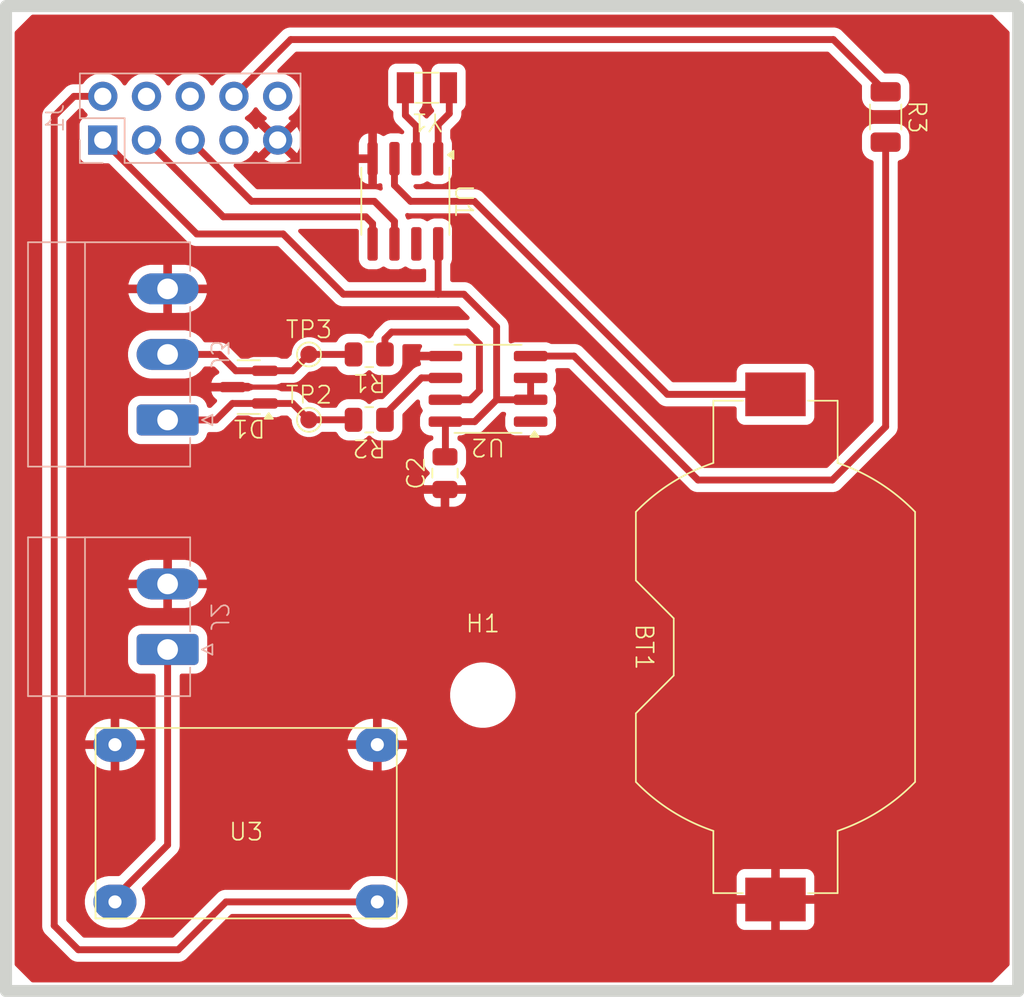
<source format=kicad_pcb>
(kicad_pcb (version 20241229) (generator "pcbnew") (generator_version "9.0")
  (layers (0 "F.Cu" signal) (2 "B.Cu" signal) (25 "Edge.Cuts" user))
  (net 0 "")
  (net 1 "GND")
  (net 2 "Net-(BT1-+)")
  (net 3 "+3V3")
  (net 4 "+5V")
  (net 5 "Net-(J3-Pin_2)")
  (net 8 "/SDA")
  (net 9 "/TX")
  (net 10 "/SCL")
  (net 13 "Net-(U2-B)")
  (net 14 "Net-(U2-A)")
  (net 15 "Net-(U1-X1)")
  (net 16 "Net-(U1-X2)")
  (net 18 "unconnected-(U2-RO-Pad1)")
  (net 19 "Net-(J3-Pin_1)")
  (net 20 "Net-(J2-12V)")
  (net 21 "Net-(U2-DI)")
  (footprint "TestPoint:TestPoint_Pad_D1.0mm" (layer "F.Cu") (at 134.9 86.8)
    (property "Reference" "TP2" (at 0 -1.448 0) (layer "F.SilkS") (effects (font (thickness 0.1))))
    (property "Value" "485A")
    (fp_circle (center 0 0) (end 0 0.7) (stroke (width 0.1)) (fill no) (layer "F.SilkS"))
    (pad "1" smd circle (at 0 0) (size 1 1) (layers "F.Cu" "F.Mask") (net 19 "Net-(J3-Pin_1)"))
  )
  (footprint "Package_TO_SOT_SMD:SOT-23" (layer "F.Cu") (at 131.4 84.9 180)
    (property "Reference" "D1" (at 0 -2.4 180) (layer "F.SilkS") (effects (font (thickness 0.1))))
    (property "Value" "PESD12VL2BT")
    (fp_line (start 0 1.56) (end 0.65 1.56) (stroke (width 0.1)) (layer "F.SilkS"))
    (fp_line (start 0 1.56) (end -0.65 1.56) (stroke (width 0.1)) (layer "F.SilkS"))
    (fp_line (start 0 -1.56) (end 0.65 -1.56) (stroke (width 0.1)) (layer "F.SilkS"))
    (fp_line (start 0 -1.56) (end -0.65 -1.56) (stroke (width 0.1)) (layer "F.SilkS"))
    (fp_poly (pts (xy -1.1625 -1.51) (xy -1.4025 -1.84) (xy -0.9225 -1.84)) (stroke (width 0.1)) (fill yes) (layer "F.SilkS"))
    (pad "1" smd roundrect (at -0.9375 -0.95 180) (size 1.475 0.6) (layers "F.Cu" "F.Mask" "F.Paste") (net 19 "Net-(J3-Pin_1)"))
    (pad "2" smd roundrect (at -0.9375 0.95 180) (size 1.475 0.6) (layers "F.Cu" "F.Mask" "F.Paste") (net 5 "Net-(J3-Pin_2)"))
    (pad "3" smd roundrect (at 0.9375 0 180) (size 1.475 0.6) (layers "F.Cu" "F.Mask" "F.Paste") (net 1 "GND"))
  )
  (footprint "Resistor_SMD:R_0805_2012Metric" (layer "F.Cu") (at 138.4 83 180)
    (property "Reference" "R1" (at 0 -1.65 180) (layer "F.SilkS") (effects (font (thickness 0.1))))
    (property "Value" "10R")
    (fp_line (start -0.227064 0.735) (end 0.227064 0.735) (stroke (width 0.1)) (layer "F.SilkS"))
    (fp_line (start -0.227064 -0.735) (end 0.227064 -0.735) (stroke (width 0.1)) (layer "F.SilkS"))
    (pad "1" smd roundrect (at -0.9125 0 180) (size 1.025 1.4) (layers "F.Cu" "F.Mask" "F.Paste") (roundrect_rratio 0.243902) (net 13 "Net-(U2-B)"))
    (pad "2" smd roundrect (at 0.9125 0 180) (size 1.025 1.4) (layers "F.Cu" "F.Mask" "F.Paste") (roundrect_rratio 0.243902) (net 5 "Net-(J3-Pin_2)"))
  )
  (footprint "Package_SO:SOIC-8_3.9x4.9mm_P1.27mm" (layer "F.Cu") (at 140.5 74.1 -90)
    (property "Reference" "U1" (at 0 -3.4 270) (layer "F.SilkS") (effects (font (thickness 0.1))))
    (property "Value" "DS1307Z+")
    (fp_line (start 0 2.56) (end -1.95 2.56) (stroke (width 0.1)) (layer "F.SilkS"))
    (fp_line (start 0 2.56) (end 1.95 2.56) (stroke (width 0.1)) (layer "F.SilkS"))
    (fp_line (start 0 -2.56) (end -1.95 -2.56) (stroke (width 0.1)) (layer "F.SilkS"))
    (fp_line (start 0 -2.56) (end 1.95 -2.56) (stroke (width 0.1)) (layer "F.SilkS"))
    (fp_poly (pts (xy -2.7 -2.465) (xy -2.94 -2.795) (xy -2.46 -2.795)) (stroke (width 0.1)) (fill yes) (layer "F.SilkS"))
    (pad "1" smd roundrect (at -2.475 -1.905 270) (size 1.95 0.6) (layers "F.Cu" "F.Mask" "F.Paste") (net 15 "Net-(U1-X1)"))
    (pad "2" smd roundrect (at -2.475 -0.635 270) (size 1.95 0.6) (layers "F.Cu" "F.Mask" "F.Paste") (net 16 "Net-(U1-X2)"))
    (pad "3" smd roundrect (at -2.475 0.635 270) (size 1.95 0.6) (layers "F.Cu" "F.Mask" "F.Paste") (net 2 "Net-(BT1-+)"))
    (pad "4" smd roundrect (at -2.475 1.905 270) (size 1.95 0.6) (layers "F.Cu" "F.Mask" "F.Paste") (net 1 "GND"))
    (pad "5" smd roundrect (at 2.475 1.905 270) (size 1.95 0.6) (layers "F.Cu" "F.Mask" "F.Paste") (net 8 "/SDA"))
    (pad "6" smd roundrect (at 2.475 0.635 270) (size 1.95 0.6) (layers "F.Cu" "F.Mask" "F.Paste") (net 10 "/SCL"))
    (pad "7" smd roundrect (at 2.475 -0.635 270) (size 1.95 0.6) (layers "F.Cu" "F.Mask" "F.Paste"))
    (pad "8" smd roundrect (at 2.475 -1.905 270) (size 1.95 0.6) (layers "F.Cu" "F.Mask" "F.Paste") (net 3 "+3V3"))
  )
  (footprint "Resistor_SMD:R_0805_2012Metric" (layer "F.Cu") (at 138.4 86.8 180)
    (property "Reference" "R2" (at 0 -1.65 180) (layer "F.SilkS") (effects (font (thickness 0.1))))
    (property "Value" "10R")
    (fp_line (start -0.227064 0.735) (end 0.227064 0.735) (stroke (width 0.1)) (layer "F.SilkS"))
    (fp_line (start -0.227064 -0.735) (end 0.227064 -0.735) (stroke (width 0.1)) (layer "F.SilkS"))
    (pad "1" smd roundrect (at -0.9125 0 180) (size 1.025 1.4) (layers "F.Cu" "F.Mask" "F.Paste") (roundrect_rratio 0.243902) (net 14 "Net-(U2-A)"))
    (pad "2" smd roundrect (at 0.9125 0 180) (size 1.025 1.4) (layers "F.Cu" "F.Mask" "F.Paste") (roundrect_rratio 0.243902) (net 19 "Net-(J3-Pin_1)"))
  )
  (footprint "Capacitor_SMD:C_0805_2012Metric" (layer "F.Cu") (at 142.8 89.9 90)
    (property "Reference" "C2" (at 0 -1.68 90) (layer "F.SilkS") (effects (font (thickness 0.1))))
    (property "Value" "0.1uF / 16V")
    (fp_line (start -0.261252 -0.735) (end 0.261252 -0.735) (stroke (width 0.1)) (layer "F.SilkS"))
    (fp_line (start -0.261252 0.735) (end 0.261252 0.735) (stroke (width 0.1)) (layer "F.SilkS"))
    (pad "1" smd roundrect (at -0.95 0 90) (size 1 1.45) (layers "F.Cu" "F.Mask" "F.Paste") (net 1 "GND"))
    (pad "2" smd roundrect (at 0.95 0 90) (size 1 1.45) (layers "F.Cu" "F.Mask" "F.Paste") (net 3 "+3V3"))
  )
  (footprint "MountingHole:MountingHole_3.2mm_M3" (layer "F.Cu") (at 145 102.8)
    (property "Reference" "H1" (at 0 -4.15 0) (layer "F.SilkS") (effects (font (thickness 0.1))))
    (property "Value" "MountingHole")
    (pad "" np_thru_hole circle (at 0 0) (size 3.2 3.2) (drill 3.2) (layers "*.Cu" "*.Mask"))
  )
  (footprint "Battery:BatteryHolder_Keystone_1058_1x2032" (layer "F.Cu") (at 162 100 -90)
    (property "Reference" "BT1" (at 0 7.62 270) (layer "F.SilkS") (effects (font (thickness 0.1))))
    (property "Value" "CR2032")
    (fp_line (start -3.86 8.11) (end -7.8473 8.11) (stroke (width 0.1)) (layer "F.SilkS"))
    (fp_line (start 7.8473 8.11) (end 3.86 8.11) (stroke (width 0.1)) (layer "F.SilkS"))
    (fp_line (start -1.66 5.91) (end -3.86 8.11) (stroke (width 0.1)) (layer "F.SilkS"))
    (fp_line (start 1.66 5.91) (end 3.86 8.11) (stroke (width 0.1)) (layer "F.SilkS"))
    (fp_line (start 1.66 5.91) (end -1.66 5.91) (stroke (width 0.1)) (layer "F.SilkS"))
    (fp_line (start -10.692 3.61) (end -14.31 3.61) (stroke (width 0.1)) (layer "F.SilkS"))
    (fp_line (start 14.31 3.61) (end 10.692 3.61) (stroke (width 0.1)) (layer "F.SilkS"))
    (fp_line (start -14.31 1.9) (end -14.31 3.61) (stroke (width 0.1)) (layer "F.SilkS"))
    (fp_line (start 14.31 1.9) (end 14.31 3.61) (stroke (width 0.1)) (layer "F.SilkS"))
    (fp_line (start -14.31 -1.9) (end -14.31 -3.61) (stroke (width 0.1)) (layer "F.SilkS"))
    (fp_line (start 14.31 -1.9) (end 14.31 -3.61) (stroke (width 0.1)) (layer "F.SilkS"))
    (fp_line (start -14.31 -3.61) (end -10.692 -3.61) (stroke (width 0.1)) (layer "F.SilkS"))
    (fp_line (start 10.692 -3.61) (end 14.31 -3.61) (stroke (width 0.1)) (layer "F.SilkS"))
    (fp_line (start -7.8473 -8.11) (end 7.8473 -8.11) (stroke (width 0.1)) (layer "F.SilkS"))
    (fp_arc (start -7.845371 8.111789) (mid -9.538085 6.031244) (end -10.692 3.61) (stroke (width 0.1)) (layer "F.SilkS"))
    (fp_arc (start 10.692 3.61) (mid 9.538084 6.031244) (end 7.845371 8.111789) (stroke (width 0.1)) (layer "F.SilkS"))
    (fp_arc (start -10.692 -3.61) (mid -9.538084 -6.031244) (end -7.845371 -8.111789) (stroke (width 0.1)) (layer "F.SilkS"))
    (fp_arc (start 7.845371 -8.111789) (mid 9.538085 -6.031244) (end 10.692 -3.61) (stroke (width 0.1)) (layer "F.SilkS"))
    (pad "1" smd rect (at -14.68 0 270) (size 2.54 3.51) (layers "F.Cu" "F.Mask" "F.Paste") (net 2 "Net-(BT1-+)"))
    (pad "2" smd rect (at 14.68 0 270) (size 2.54 3.51) (layers "F.Cu" "F.Mask" "F.Paste") (net 1 "GND"))
  )
  (footprint "Crystal:Crystal_SMD_3215-2Pin_3.2x1.5mm" (layer "F.Cu") (at 141.75 67.5 180)
    (property "Reference" "Y1" (at 0 -2 180) (layer "F.SilkS") (effects (font (thickness 0.1))))
    (property "Value" "32.768K")
    (fp_line (start -0.675 0.875) (end 0.675 0.875) (stroke (width 0.1)) (layer "F.SilkS"))
    (fp_line (start -0.675 -0.875) (end 0.675 -0.875) (stroke (width 0.1)) (layer "F.SilkS"))
    (pad "1" smd rect (at 1.25 0 180) (size 1 1.8) (layers "F.Cu" "F.Mask" "F.Paste") (net 16 "Net-(U1-X2)"))
    (pad "2" smd rect (at -1.25 0 180) (size 1 1.8) (layers "F.Cu" "F.Mask" "F.Paste") (net 15 "Net-(U1-X1)"))
  )
  (footprint "Resistor_SMD:R_1206_3216Metric" (layer "F.Cu") (at 168.4 69.2 -90)
    (property "Reference" "R3" (at 0 -1.83 270) (layer "F.SilkS") (effects (font (thickness 0.1))))
    (property "Value" "0R")
    (fp_line (start -0.727064 0.91) (end 0.727064 0.91) (stroke (width 0.1)) (layer "F.SilkS"))
    (fp_line (start -0.727064 -0.91) (end 0.727064 -0.91) (stroke (width 0.1)) (layer "F.SilkS"))
    (pad "1" smd roundrect (at -1.4625 0 270) (size 1.125 1.75) (layers "F.Cu" "F.Mask" "F.Paste") (roundrect_rratio 0.222222) (net 9 "/TX"))
    (pad "2" smd roundrect (at 1.4625 0 270) (size 1.125 1.75) (layers "F.Cu" "F.Mask" "F.Paste") (roundrect_rratio 0.222222) (net 21 "Net-(U2-DI)"))
  )
  (footprint "BKSP:Module_Mini360" (layer "F.Cu") (at 131.25 110.25)
    (property "Reference" "U3" (at 0 0.5 0) (layer "F.SilkS") (effects (font (thickness 0.1))))
    (property "Value" "Mini360")
    (fp_line (start -8.75 -5.54) (end -8.75 5.53) (stroke (width 0.1)) (layer "F.SilkS"))
    (fp_line (start -8.75 -5.54) (end 8.75 -5.54) (stroke (width 0.1)) (layer "F.SilkS"))
    (fp_line (start 8.75 5.53) (end -8.75 5.53) (stroke (width 0.1)) (layer "F.SilkS"))
    (fp_line (start 8.75 5.53) (end 8.75 -5.54) (stroke (width 0.1)) (layer "F.SilkS"))
    (pad "1" thru_hole oval (at -7.62 -4.57) (size 2.5 2) (drill 0.762) (layers "*.Cu" "*.Mask") (net 1 "GND"))
    (pad "2" thru_hole oval (at -7.62 4.57) (size 2.5 2) (drill 0.762) (layers "*.Cu" "*.Mask") (net 20 "Net-(J2-12V)"))
    (pad "3" thru_hole oval (at 7.62 -4.57) (size 2.5 2) (drill 0.762) (layers "*.Cu" "*.Mask") (net 1 "GND"))
    (pad "4" thru_hole oval (at 7.62 4.57) (size 2.5 2) (drill 0.762) (layers "*.Cu" "*.Mask") (net 4 "+5V"))
  )
  (footprint "TestPoint:TestPoint_Pad_D1.0mm" (layer "F.Cu") (at 134.9 83)
    (property "Reference" "TP3" (at 0 -1.448 0) (layer "F.SilkS") (effects (font (thickness 0.1))))
    (property "Value" "485B")
    (fp_circle (center 0 0) (end 0 0.7) (stroke (width 0.1)) (fill no) (layer "F.SilkS"))
    (pad "1" smd circle (at 0 0) (size 1 1) (layers "F.Cu" "F.Mask") (net 5 "Net-(J3-Pin_2)"))
  )
  (footprint "Package_SO:SOIC-8_3.9x4.9mm_P1.27mm" (layer "F.Cu") (at 145.3 85 180)
    (property "Reference" "U2" (at 0 -3.4 180) (layer "F.SilkS") (effects (font (thickness 0.1))))
    (property "Value" "ADM3485EARZ")
    (fp_line (start 0 2.56) (end 1.95 2.56) (stroke (width 0.1)) (layer "F.SilkS"))
    (fp_line (start 0 2.56) (end -1.95 2.56) (stroke (width 0.1)) (layer "F.SilkS"))
    (fp_line (start 0 -2.56) (end 1.95 -2.56) (stroke (width 0.1)) (layer "F.SilkS"))
    (fp_line (start 0 -2.56) (end -1.95 -2.56) (stroke (width 0.1)) (layer "F.SilkS"))
    (fp_poly (pts (xy -2.7 -2.465) (xy -2.94 -2.795) (xy -2.46 -2.795)) (stroke (width 0.1)) (fill yes) (layer "F.SilkS"))
    (pad "1" smd roundrect (at -2.475 -1.905 180) (size 1.95 0.6) (layers "F.Cu" "F.Mask" "F.Paste") (net 18 "unconnected-(U2-RO-Pad1)"))
    (pad "2" smd roundrect (at -2.475 -0.635 180) (size 1.95 0.6) (layers "F.Cu" "F.Mask" "F.Paste") (net 3 "+3V3"))
    (pad "3" smd roundrect (at -2.475 0.635 180) (size 1.95 0.6) (layers "F.Cu" "F.Mask" "F.Paste") (net 3 "+3V3"))
    (pad "4" smd roundrect (at -2.475 1.905 180) (size 1.95 0.6) (layers "F.Cu" "F.Mask" "F.Paste") (net 21 "Net-(U2-DI)"))
    (pad "5" smd roundrect (at 2.475 1.905 180) (size 1.95 0.6) (layers "F.Cu" "F.Mask" "F.Paste") (net 1 "GND"))
    (pad "6" smd roundrect (at 2.475 0.635 180) (size 1.95 0.6) (layers "F.Cu" "F.Mask" "F.Paste") (net 14 "Net-(U2-A)"))
    (pad "7" smd roundrect (at 2.475 -0.635 180) (size 1.95 0.6) (layers "F.Cu" "F.Mask" "F.Paste") (net 13 "Net-(U2-B)"))
    (pad "8" smd roundrect (at 2.475 -1.905 180) (size 1.95 0.6) (layers "F.Cu" "F.Mask" "F.Paste") (net 3 "+3V3"))
  )
  (footprint "Connector_Phoenix_MC:PhoenixContact_MC_1,5_3-G-3.81_1x03_P3.81mm_Horizontal" (layer "B.Cu") (at 126.6875 86.81 90)
    (property "Reference" "J3" (at 3.81 3 270) (layer "B.SilkS") (effects (font (thickness 0.1)) (justify mirror)))
    (property "Value" "Conn_01x03_Socket")
    (fp_line (start 10.33 -8.11) (end 10.33 1.31) (stroke (width 0.1)) (layer "B.SilkS"))
    (fp_line (start -2.71 -8.11) (end 10.33 -8.11) (stroke (width 0.1)) (layer "B.SilkS"))
    (fp_line (start -2.71 -4.8) (end 10.33 -4.8) (stroke (width 0.1)) (layer "B.SilkS"))
    (fp_line (start 10.33 1.31) (end 8.67 1.31) (stroke (width 0.1)) (layer "B.SilkS"))
    (fp_line (start 4.86 1.31) (end 6.57 1.31) (stroke (width 0.1)) (layer "B.SilkS"))
    (fp_line (start 1.05 1.31) (end 2.76 1.31) (stroke (width 0.1)) (layer "B.SilkS"))
    (fp_line (start -2.71 1.31) (end -2.71 -8.11) (stroke (width 0.1)) (layer "B.SilkS"))
    (fp_line (start -2.71 1.31) (end -1.05 1.31) (stroke (width 0.1)) (layer "B.SilkS"))
    (fp_line (start 0 2) (end -0.3 2.6) (stroke (width 0.1)) (layer "B.SilkS"))
    (fp_line (start 0.3 2.6) (end 0 2) (stroke (width 0.1)) (layer "B.SilkS"))
    (fp_line (start -0.3 2.6) (end 0.3 2.6) (stroke (width 0.1)) (layer "B.SilkS"))
    (pad "1" thru_hole roundrect (at 0 0 90) (size 1.8 3.6) (drill 1.2) (layers "*.Cu" "*.Mask") (roundrect_rratio 0.138889) (net 19 "Net-(J3-Pin_1)"))
    (pad "2" thru_hole oval (at 3.81 0 90) (size 1.8 3.6) (drill 1.2) (layers "*.Cu" "*.Mask") (net 5 "Net-(J3-Pin_2)"))
    (pad "3" thru_hole oval (at 7.62 0 90) (size 1.8 3.6) (drill 1.2) (layers "*.Cu" "*.Mask") (net 1 "GND"))
  )
  (footprint "Connector_PinSocket_2.54mm:PinSocket_2x05_P2.54mm_Vertical" (layer "B.Cu") (at 122.92 70.54 -90)
    (property "Reference" "J1" (at -1.27 2.77 90) (layer "B.SilkS") (effects (font (thickness 0.1)) (justify mirror)))
    (property "Value" "RPi GPIO Header")
    (fp_line (start -3.87 1.33) (end -1.27 1.33) (stroke (width 0.1)) (layer "B.SilkS"))
    (fp_line (start -3.87 1.33) (end -3.87 -11.49) (stroke (width 0.1)) (layer "B.SilkS"))
    (fp_line (start -1.27 1.33) (end -1.27 -1.27) (stroke (width 0.1)) (layer "B.SilkS"))
    (fp_line (start 0 1.33) (end 1.33 1.33) (stroke (width 0.1)) (layer "B.SilkS"))
    (fp_line (start 1.33 1.33) (end 1.33 0) (stroke (width 0.1)) (layer "B.SilkS"))
    (fp_line (start -1.27 -1.27) (end 1.33 -1.27) (stroke (width 0.1)) (layer "B.SilkS"))
    (fp_line (start 1.33 -1.27) (end 1.33 -11.49) (stroke (width 0.1)) (layer "B.SilkS"))
    (fp_line (start -3.87 -11.49) (end 1.33 -11.49) (stroke (width 0.1)) (layer "B.SilkS"))
    (pad "1" thru_hole rect (at 0 0 270) (size 1.7 1.7) (drill 1) (layers "*.Cu" "*.Mask") (net 3 "+3V3"))
    (pad "2" thru_hole circle (at -2.54 0 270) (size 1.7 1.7) (drill 1) (layers "*.Cu" "*.Mask") (net 4 "+5V"))
    (pad "3" thru_hole circle (at 0 -2.54 270) (size 1.7 1.7) (drill 1) (layers "*.Cu" "*.Mask") (net 8 "/SDA"))
    (pad "4" thru_hole circle (at -2.54 -2.54 270) (size 1.7 1.7) (drill 1) (layers "*.Cu" "*.Mask"))
    (pad "5" thru_hole circle (at 0 -5.08 270) (size 1.7 1.7) (drill 1) (layers "*.Cu" "*.Mask") (net 10 "/SCL"))
    (pad "6" thru_hole circle (at -2.54 -5.08 270) (size 1.7 1.7) (drill 1) (layers "*.Cu" "*.Mask"))
    (pad "7" thru_hole circle (at 0 -7.62 270) (size 1.7 1.7) (drill 1) (layers "*.Cu" "*.Mask"))
    (pad "8" thru_hole circle (at -2.54 -7.62 270) (size 1.7 1.7) (drill 1) (layers "*.Cu" "*.Mask") (net 9 "/TX"))
    (pad "9" thru_hole circle (at 0 -10.16 270) (size 1.7 1.7) (drill 1) (layers "*.Cu" "*.Mask") (net 1 "GND"))
    (pad "10" thru_hole circle (at -2.54 -10.16 270) (size 1.7 1.7) (drill 1) (layers "*.Cu" "*.Mask"))
  )
  (footprint "Connector_Phoenix_MC:PhoenixContact_MC_1,5_2-G-3.81_1x02_P3.81mm_Horizontal" (layer "B.Cu") (at 126.6875 100.15 90)
    (property "Reference" "J2" (at 1.9 3 270) (layer "B.SilkS") (effects (font (thickness 0.1)) (justify mirror)))
    (property "Value" "PWR")
    (fp_line (start 6.52 -8.11) (end 6.52 1.31) (stroke (width 0.1)) (layer "B.SilkS"))
    (fp_line (start -2.71 -8.11) (end 6.52 -8.11) (stroke (width 0.1)) (layer "B.SilkS"))
    (fp_line (start -2.71 -4.8) (end 6.52 -4.8) (stroke (width 0.1)) (layer "B.SilkS"))
    (fp_line (start 6.52 1.31) (end 4.86 1.31) (stroke (width 0.1)) (layer "B.SilkS"))
    (fp_line (start 1.05 1.31) (end 2.76 1.31) (stroke (width 0.1)) (layer "B.SilkS"))
    (fp_line (start -2.71 1.31) (end -2.71 -8.11) (stroke (width 0.1)) (layer "B.SilkS"))
    (fp_line (start -2.71 1.31) (end -1.05 1.31) (stroke (width 0.1)) (layer "B.SilkS"))
    (fp_line (start 0 2) (end -0.3 2.6) (stroke (width 0.1)) (layer "B.SilkS"))
    (fp_line (start 0.3 2.6) (end 0 2) (stroke (width 0.1)) (layer "B.SilkS"))
    (fp_line (start -0.3 2.6) (end 0.3 2.6) (stroke (width 0.1)) (layer "B.SilkS"))
    (pad "1" thru_hole roundrect (at 0 0 90) (size 1.8 3.6) (drill 1.2) (layers "*.Cu" "*.Mask") (roundrect_rratio 0.138889) (net 20 "Net-(J2-12V)"))
    (pad "2" thru_hole oval (at 3.81 0 90) (size 1.8 3.6) (drill 1.2) (layers "*.Cu" "*.Mask") (net 1 "GND"))
  )
  (gr_rect (start 117.3 62.75) (end 176.1 120) (stroke (width 0.7)) (fill no) (layer "Edge.Cuts"))
  (segment (start 144.5 74.1) (end 140.8 74.1) (width 0.4) (layer "F.Cu") (net 2))
  (segment (start 139.865 73.165) (end 139.865 71.625) (width 0.4) (layer "F.Cu") (net 2))
  (segment (start 162 85.32) (end 155.72 85.32) (width 0.4) (layer "F.Cu") (net 2))
  (segment (start 140.8 74.1) (end 139.865 73.165) (width 0.4) (layer "F.Cu") (net 2))
  (segment (start 155.72 85.32) (end 144.5 74.1) (width 0.4) (layer "F.Cu") (net 2))
  (segment (start 142.405 79.5) (end 143.9 79.5) (width 0.4) (layer "F.Cu") (net 3))
  (segment (start 145.8 81.4) (end 145.8 85.635) (width 0.4) (layer "F.Cu") (net 3))
  (segment (start 136.9 79.5) (end 133.4 76) (width 0.4) (layer "F.Cu") (net 3))
  (segment (start 142.825 86.905) (end 142.825 88.925) (width 0.4) (layer "F.Cu") (net 3))
  (segment (start 147.775 85.635) (end 147.775 84.365) (width 0.4) (layer "F.Cu") (net 3))
  (segment (start 133.4 76) (end 128.38 76) (width 0.4) (layer "F.Cu") (net 3))
  (segment (start 142.825 86.905) (end 144.53 86.905) (width 0.4) (layer "F.Cu") (net 3))
  (segment (start 143.9 79.5) (end 145.8 81.4) (width 0.4) (layer "F.Cu") (net 3))
  (segment (start 142.825 88.925) (end 142.8 88.95) (width 0.4) (layer "F.Cu") (net 3))
  (segment (start 128.38 76) (end 122.92 70.54) (width 0.4) (layer "F.Cu") (net 3))
  (segment (start 145.8 85.635) (end 147.775 85.635) (width 0.4) (layer "F.Cu") (net 3))
  (segment (start 142.405 76.575) (end 142.405 79.5) (width 0.4) (layer "F.Cu") (net 3))
  (segment (start 142.405 79.5) (end 136.9 79.5) (width 0.4) (layer "F.Cu") (net 3))
  (segment (start 144.53 86.905) (end 145.8 85.635) (width 0.4) (layer "F.Cu") (net 3))
  (segment (start 121.5 117.6) (end 127.3 117.6) (width 0.4) (layer "F.Cu") (net 4))
  (segment (start 120.1 116.2) (end 121.5 117.6) (width 0.4) (layer "F.Cu") (net 4))
  (segment (start 130.08 114.82) (end 138.62 114.82) (width 0.4) (layer "F.Cu") (net 4))
  (segment (start 120.1 69.15) (end 120.1 116.2) (width 0.4) (layer "F.Cu") (net 4))
  (segment (start 127.3 117.6) (end 130.08 114.82) (width 0.4) (layer "F.Cu") (net 4))
  (segment (start 122.92 68) (end 121.25 68) (width 0.4) (layer "F.Cu") (net 4))
  (segment (start 121.25 68) (end 120.1 69.15) (width 0.4) (layer "F.Cu") (net 4))
  (segment (start 133.95 83.95) (end 134.9 83) (width 0.4) (layer "F.Cu") (net 5))
  (segment (start 129.7 83) (end 130.65 83.95) (width 0.4) (layer "F.Cu") (net 5))
  (segment (start 126.6875 83) (end 129.7 83) (width 0.4) (layer "F.Cu") (net 5))
  (segment (start 130.65 83.95) (end 132.3375 83.95) (width 0.4) (layer "F.Cu") (net 5))
  (segment (start 132.3375 83.95) (end 133.95 83.95) (width 0.4) (layer "F.Cu") (net 5))
  (segment (start 134.9 83) (end 137.4875 83) (width 0.4) (layer "F.Cu") (net 5))
  (segment (start 138.2 75) (end 138.595 75.395) (width 0.4) (layer "F.Cu") (net 8))
  (segment (start 125.46 70.54) (end 129.92 75) (width 0.4) (layer "F.Cu") (net 8))
  (segment (start 129.92 75) (end 138.2 75) (width 0.4) (layer "F.Cu") (net 8))
  (segment (start 138.595 75.395) (end 138.595 76.575) (width 0.4) (layer "F.Cu") (net 8))
  (segment (start 165.3625 64.7) (end 168.4 67.7375) (width 0.4) (layer "F.Cu") (net 9))
  (segment (start 133.84 64.7) (end 165.3625 64.7) (width 0.4) (layer "F.Cu") (net 9))
  (segment (start 130.54 68) (end 133.84 64.7) (width 0.4) (layer "F.Cu") (net 9))
  (segment (start 139.865 75.265) (end 139.865 76.575) (width 0.4) (layer "F.Cu") (net 10))
  (segment (start 131.56 74.1) (end 138.7 74.1) (width 0.4) (layer "F.Cu") (net 10))
  (segment (start 138.7 74.1) (end 139.865 75.265) (width 0.4) (layer "F.Cu") (net 10))
  (segment (start 128 70.54) (end 131.56 74.1) (width 0.4) (layer "F.Cu") (net 10))
  (segment (start 139.3125 83) (end 139.3125 82.0875) (width 0.4) (layer "F.Cu") (net 13))
  (segment (start 144.1 81.7) (end 144.8 82.4) (width 0.4) (layer "F.Cu") (net 13))
  (segment (start 139.3125 82.0875) (end 139.7 81.7) (width 0.4) (layer "F.Cu") (net 13))
  (segment (start 139.7 81.7) (end 144.1 81.7) (width 0.4) (layer "F.Cu") (net 13))
  (segment (start 144.8 85.1) (end 144.265 85.635) (width 0.4) (layer "F.Cu") (net 13))
  (segment (start 144.265 85.635) (end 142.825 85.635) (width 0.4) (layer "F.Cu") (net 13))
  (segment (start 144.8 82.4) (end 144.8 85.1) (width 0.4) (layer "F.Cu") (net 13))
  (segment (start 139.3125 86.4875) (end 141.435 84.365) (width 0.4) (layer "F.Cu") (net 14))
  (segment (start 141.435 84.365) (end 142.825 84.365) (width 0.4) (layer "F.Cu") (net 14))
  (segment (start 139.3125 86.8) (end 139.3125 86.4875) (width 0.4) (layer "F.Cu") (net 14))
  (segment (start 143.05 69) (end 143.05 67.55) (width 0.4) (layer "F.Cu") (net 15))
  (segment (start 142.405 71.625) (end 142.405 69.645) (width 0.4) (layer "F.Cu") (net 15))
  (segment (start 142.405 69.645) (end 143.05 69) (width 0.4) (layer "F.Cu") (net 15))
  (segment (start 143.05 67.55) (end 143 67.5) (width 0.4) (layer "F.Cu") (net 15))
  (segment (start 141.135 69.735) (end 140.5 69.1) (width 0.4) (layer "F.Cu") (net 16))
  (segment (start 140.5 69.1) (end 140.5 67.5) (width 0.4) (layer "F.Cu") (net 16))
  (segment (start 141.135 71.625) (end 141.135 69.735) (width 0.4) (layer "F.Cu") (net 16))
  (segment (start 147.5 86.93) (end 147.525 86.905) (width 0.4) (layer "F.Cu") (net 18))
  (segment (start 130.45 85.85) (end 132.3375 85.85) (width 0.4) (layer "F.Cu") (net 19))
  (segment (start 129.49 86.81) (end 130.45 85.85) (width 0.4) (layer "F.Cu") (net 19))
  (segment (start 133.95 85.85) (end 134.9 86.8) (width 0.4) (layer "F.Cu") (net 19))
  (segment (start 132.3375 85.85) (end 133.95 85.85) (width 0.4) (layer "F.Cu") (net 19))
  (segment (start 134.9 86.8) (end 137.4875 86.8) (width 0.4) (layer "F.Cu") (net 19))
  (segment (start 126.6875 86.81) (end 129.49 86.81) (width 0.4) (layer "F.Cu") (net 19))
  (segment (start 123.38 114.82) (end 126.6875 111.5125) (width 0.4) (layer "F.Cu") (net 20))
  (segment (start 126.6875 111.5125) (end 126.6875 100.15) (width 0.4) (layer "F.Cu") (net 20))
  (segment (start 165.3 90.3) (end 157.5 90.3) (width 0.4) (layer "F.Cu") (net 21))
  (segment (start 150.295 83.095) (end 147.775 83.095) (width 0.4) (layer "F.Cu") (net 21))
  (segment (start 168.4 70.6625) (end 168.4 87.2) (width 0.4) (layer "F.Cu") (net 21))
  (segment (start 168.4 87.2) (end 165.3 90.3) (width 0.4) (layer "F.Cu") (net 21))
  (segment (start 157.5 90.3) (end 150.295 83.095) (width 0.4) (layer "F.Cu") (net 21))
  (zone (net 1) (net_name "GND") (layer "F.Cu") (connect_pads (clearance 0.5)) (min_thickness 0.25) (fill yes (thermal_gap 0.5) (thermal_bridge_width 0.5) (smoothing chamfer) (radius 2) (island_removal_mode 2) (island_area_min 3))
    (polygon (pts (xy 117.3 62.75) (xy 176.1 62.75) (xy 176.1 120) (xy 117.3 120)))
  )
)
</source>
